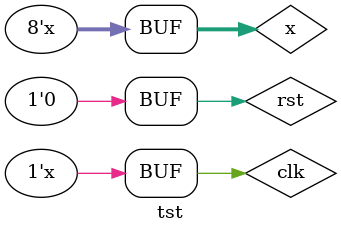
<source format=v>
`timescale 1ns / 1ps


module tst;

	// Inputs
	reg clk;
	reg rst;
	reg [7:0] x;

	// Outputs
	wire [15:0] dataout;

	// Instantiate the Unit Under Test (UUT)
	module_fir uut (
		.clk(clk), 
		.rst(rst), 
		.x(x), 
		.dataout(dataout)
	);

	initial begin
		// Initialize Inputs
		clk = 0;
		rst = 0;
		x = 0;

		// Wait 100 ns for global reset to finish
		#100;
		
		rst = 1;
		#10;

		rst = 0;
		x = 0;
		/*
		x = 8'd5;
		#10;
		x = 8'd10;
		#10;
		x = 8'd12;
		#10;
		x = 8'd15;
		#10;
		x = 8'd16;
		#10;
		x = 8'd17;
		#10;
		x = 8'd18;
		#10;
		x = 8'd1;
		#10;
		x = 8'd90;
		#10;
		x = 8'd31;
		*/
        
		// Add stimulus here

	end
	
	always begin #5 clk=~clk;
	x = x+1;
	end
	
      
endmodule


</source>
